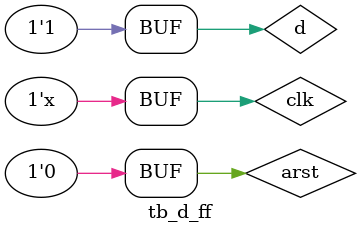
<source format=v>
`timescale 1ns / 1ps


module tb_d_ff();
 reg clk;
 reg arst;
 reg d;
 wire q;
 
 d_ff DUT(.clk(clk),.arst(arst),.d(d),.q(q));
 
 always #5 clk = ~clk;
 
 initial
   begin
      arst <= 1'b1;
      clk <= 1'b0;
      d <= 1'b0;
      #10;
      arst <= 1'b0;
      d <= 1'b1;
      #100;
   end
endmodule

</source>
